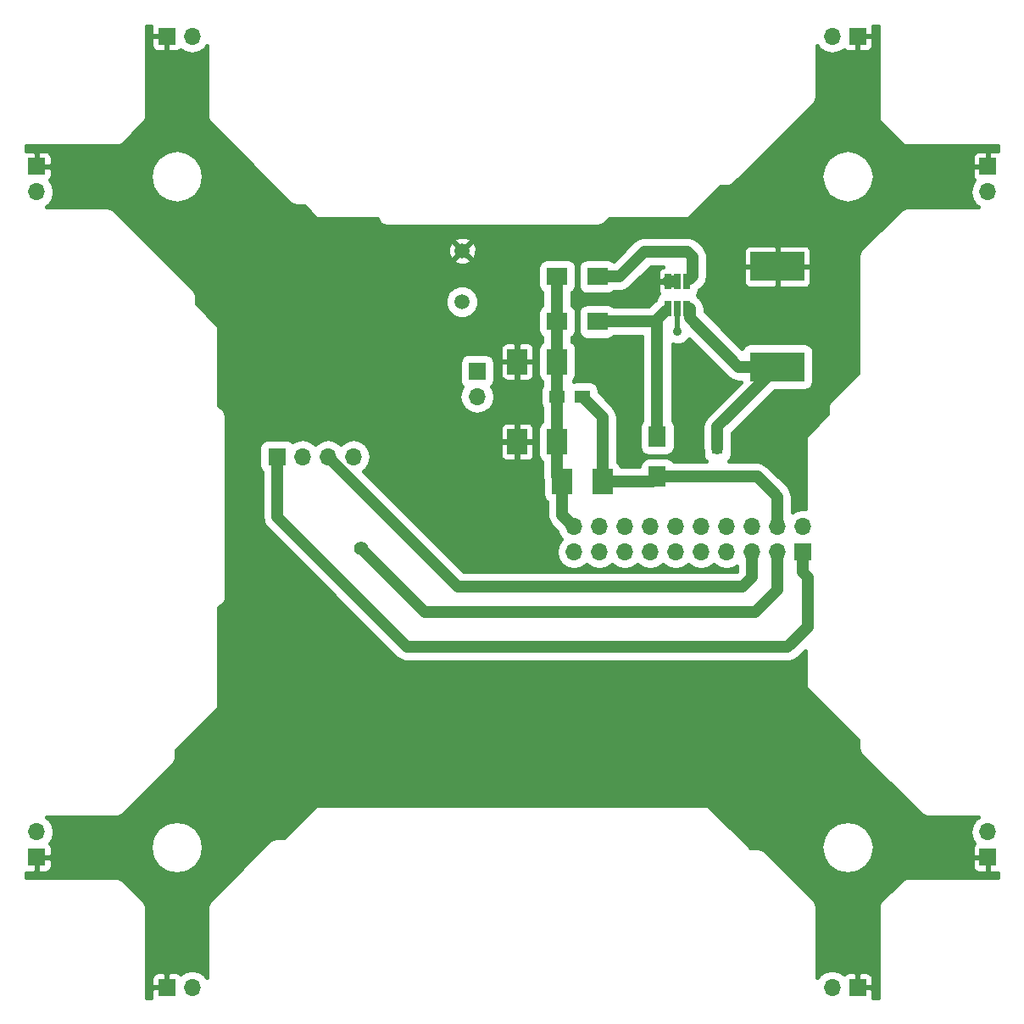
<source format=gbr>
G04 #@! TF.FileFunction,Copper,L2,Bot,Signal*
%FSLAX45Y45*%
G04 Gerber Fmt 4.5, Leading zero omitted, Abs format (unit mm)*
G04 Created by KiCad (PCBNEW 4.0.1-stable) date 2017/05/05 18:15:20*
%MOMM*%
G01*
G04 APERTURE LIST*
%ADD10C,0.100000*%
%ADD11R,2.000000X2.500000*%
%ADD12R,1.500000X1.250000*%
%ADD13R,1.100000X1.100000*%
%ADD14C,1.501140*%
%ADD15R,5.400040X2.900680*%
%ADD16R,1.700000X1.700000*%
%ADD17O,1.700000X1.700000*%
%ADD18R,2.000000X1.700000*%
%ADD19R,1.700000X2.000000*%
%ADD20R,0.650000X1.560000*%
%ADD21C,1.400000*%
%ADD22C,0.889000*%
%ADD23C,1.200000*%
%ADD24C,0.550000*%
%ADD25C,0.400000*%
G04 APERTURE END LIST*
D10*
D11*
X6200000Y-5450000D03*
X6600000Y-5450000D03*
X6200000Y-4650000D03*
X6600000Y-4650000D03*
D12*
X6850000Y-5000000D03*
X6600000Y-5000000D03*
D11*
X7050000Y-5850000D03*
X6650000Y-5850000D03*
D13*
X8200000Y-5800000D03*
X8200000Y-5520000D03*
D14*
X5650000Y-4050000D03*
X5651016Y-3542000D03*
D15*
X8800000Y-4700000D03*
X8800000Y-3699748D03*
D16*
X1400000Y-9600000D03*
D17*
X1400000Y-9346000D03*
D16*
X2700000Y-10900000D03*
D17*
X2954000Y-10900000D03*
D16*
X10900000Y-9600000D03*
D17*
X10900000Y-9346000D03*
D16*
X9600000Y-10900000D03*
D17*
X9346000Y-10900000D03*
D16*
X1400000Y-2700000D03*
D17*
X1400000Y-2954000D03*
D16*
X2700000Y-1400000D03*
D17*
X2954000Y-1400000D03*
D16*
X10900000Y-2700000D03*
D17*
X10900000Y-2954000D03*
D16*
X9600000Y-1400000D03*
D17*
X9346000Y-1400000D03*
D16*
X5800000Y-4746000D03*
D17*
X5800000Y-5000000D03*
D18*
X7000000Y-3800000D03*
X6600000Y-3800000D03*
D19*
X7600000Y-5800000D03*
X7600000Y-5400000D03*
D18*
X7000000Y-4250000D03*
X6600000Y-4250000D03*
D20*
X7895000Y-4120000D03*
X7800000Y-4120000D03*
X7705000Y-4120000D03*
X7705000Y-3850000D03*
X7895000Y-3850000D03*
X7800000Y-3850000D03*
D16*
X3800000Y-5600000D03*
D17*
X4054000Y-5600000D03*
X4308000Y-5600000D03*
X4562000Y-5600000D03*
D16*
X9050000Y-6550000D03*
D17*
X9050000Y-6296000D03*
X8796000Y-6550000D03*
X8796000Y-6296000D03*
X8542000Y-6550000D03*
X8542000Y-6296000D03*
X8288000Y-6550000D03*
X8288000Y-6296000D03*
X8034000Y-6550000D03*
X8034000Y-6296000D03*
X7780000Y-6550000D03*
X7780000Y-6296000D03*
X7526000Y-6550000D03*
X7526000Y-6296000D03*
X7272000Y-6550000D03*
X7272000Y-6296000D03*
X7018000Y-6550000D03*
X7018000Y-6296000D03*
X6764000Y-6550000D03*
X6764000Y-6296000D03*
D21*
X8400000Y-3900000D03*
X3000000Y-3700000D03*
X4600000Y-3300000D03*
X3705000Y-8600000D03*
X8600000Y-8600000D03*
D22*
X7800000Y-4350000D03*
D21*
X4643000Y-6514000D03*
D23*
X7705000Y-3850000D02*
X7772499Y-3850000D01*
D24*
X7800000Y-4120000D02*
X7800000Y-4350000D01*
D23*
X6650000Y-5850000D02*
X6650000Y-6182000D01*
X6650000Y-6182000D02*
X6764000Y-6296000D01*
X6600000Y-5450000D02*
X6600000Y-5800000D01*
X6600000Y-5800000D02*
X6650000Y-5850000D01*
X6600000Y-5000000D02*
X6600000Y-5450000D01*
X6600000Y-4650000D02*
X6600000Y-5000000D01*
X6600000Y-4250000D02*
X6600000Y-4650000D01*
X6600000Y-3800000D02*
X6600000Y-4250000D01*
X8796000Y-5996000D02*
X8600000Y-5800000D01*
X8600000Y-5800000D02*
X8200000Y-5800000D01*
X8796000Y-6296000D02*
X8796000Y-5996000D01*
X7600000Y-5800000D02*
X8200000Y-5800000D01*
X7050000Y-5850000D02*
X7550000Y-5850000D01*
X7550000Y-5850000D02*
X7600000Y-5800000D01*
X7050000Y-5850000D02*
X7050000Y-5200000D01*
X7050000Y-5200000D02*
X6850000Y-5000000D01*
X8200000Y-5520000D02*
X8200000Y-5300000D01*
X8200000Y-5300000D02*
X8800000Y-4700000D01*
X7922500Y-4212502D02*
X7922500Y-4120000D01*
X8800000Y-4700000D02*
X8409998Y-4700000D01*
X8409998Y-4700000D02*
X7922500Y-4212502D01*
X5100000Y-7500000D02*
X3800000Y-6200000D01*
X3800000Y-6200000D02*
X3800000Y-5600000D01*
X8900000Y-7500000D02*
X5100000Y-7500000D01*
X9100000Y-7300000D02*
X8900000Y-7500000D01*
X9100000Y-6805000D02*
X9100000Y-7300000D01*
X9050000Y-6550000D02*
X9050000Y-6755000D01*
X9050000Y-6755000D02*
X9100000Y-6805000D01*
X8542000Y-6550000D02*
X8542000Y-6806000D01*
X5603000Y-6895000D02*
X4308000Y-5600000D01*
X8542000Y-6806000D02*
X8453000Y-6895000D01*
X8453000Y-6895000D02*
X5603000Y-6895000D01*
X5278000Y-7149000D02*
X4643000Y-6514000D01*
X8580000Y-7149000D02*
X5278000Y-7149000D01*
X8796000Y-6933000D02*
X8580000Y-7149000D01*
X8796000Y-6550000D02*
X8796000Y-6933000D01*
X7950000Y-3600000D02*
X7950000Y-3795000D01*
X7950000Y-3795000D02*
X7922500Y-3822500D01*
X7900000Y-3550000D02*
X7950000Y-3600000D01*
X7470000Y-3550000D02*
X7900000Y-3550000D01*
X7000000Y-3800000D02*
X7220000Y-3800000D01*
X7220000Y-3800000D02*
X7470000Y-3550000D01*
X7575000Y-4250000D02*
X7600000Y-4275000D01*
X7600000Y-4275000D02*
X7600000Y-5400000D01*
X7000000Y-4250000D02*
X7575000Y-4250000D01*
X7575000Y-4250000D02*
X7677500Y-4147500D01*
D25*
G36*
X2544200Y-1300917D02*
X2544200Y-1376900D01*
X2561900Y-1394600D01*
X2694600Y-1394600D01*
X2694600Y-1392600D01*
X2705400Y-1392600D01*
X2705400Y-1394600D01*
X2707400Y-1394600D01*
X2707400Y-1405400D01*
X2705400Y-1405400D01*
X2705400Y-1538100D01*
X2723100Y-1555800D01*
X2799083Y-1555800D01*
X2825105Y-1545021D01*
X2836405Y-1533721D01*
X2882395Y-1564451D01*
X2950513Y-1578000D01*
X2957487Y-1578000D01*
X3025605Y-1564451D01*
X3083352Y-1525865D01*
X3102000Y-1497957D01*
X3102000Y-2200000D01*
X3102000Y-2200000D01*
X3109460Y-2237503D01*
X3130703Y-2269297D01*
X3930703Y-3069296D01*
X3930703Y-3069296D01*
X3951739Y-3083352D01*
X3962497Y-3090540D01*
X4000000Y-3098000D01*
X4069716Y-3098000D01*
X4185858Y-3214142D01*
X4192474Y-3218530D01*
X4200000Y-3220000D01*
X4805978Y-3220000D01*
X4809460Y-3237503D01*
X4830704Y-3269296D01*
X4862497Y-3290540D01*
X4900000Y-3298000D01*
X6999999Y-3298000D01*
X7000000Y-3298000D01*
X7037503Y-3290540D01*
X7069296Y-3269296D01*
X7118593Y-3220000D01*
X7900000Y-3220000D01*
X7907781Y-3218424D01*
X7914142Y-3214142D01*
X8230284Y-2898000D01*
X8299999Y-2898000D01*
X8300000Y-2898000D01*
X8337503Y-2890540D01*
X8369296Y-2869296D01*
X8438593Y-2800000D01*
X9232000Y-2800000D01*
X9252400Y-2902559D01*
X9310495Y-2989505D01*
X9397441Y-3047600D01*
X9500000Y-3068000D01*
X9602559Y-3047600D01*
X9689505Y-2989505D01*
X9747600Y-2902559D01*
X9768000Y-2800000D01*
X9747600Y-2697441D01*
X9689505Y-2610495D01*
X9675170Y-2600917D01*
X10744200Y-2600917D01*
X10744200Y-2676900D01*
X10761900Y-2694600D01*
X10894600Y-2694600D01*
X10894600Y-2561900D01*
X10876900Y-2544200D01*
X10800917Y-2544200D01*
X10774895Y-2554979D01*
X10754979Y-2574895D01*
X10744200Y-2600917D01*
X9675170Y-2600917D01*
X9602559Y-2552400D01*
X9500000Y-2532000D01*
X9397441Y-2552400D01*
X9310495Y-2610495D01*
X9252400Y-2697441D01*
X9232000Y-2800000D01*
X8438593Y-2800000D01*
X9169296Y-2069297D01*
X9169297Y-2069296D01*
X9190540Y-2037503D01*
X9198000Y-2000000D01*
X9198000Y-1497957D01*
X9216648Y-1525865D01*
X9274395Y-1564451D01*
X9342513Y-1578000D01*
X9349487Y-1578000D01*
X9417605Y-1564451D01*
X9463595Y-1533721D01*
X9474895Y-1545021D01*
X9500917Y-1555800D01*
X9576900Y-1555800D01*
X9594600Y-1538100D01*
X9594600Y-1405400D01*
X9605400Y-1405400D01*
X9605400Y-1538100D01*
X9623100Y-1555800D01*
X9699083Y-1555800D01*
X9725105Y-1545021D01*
X9745021Y-1525105D01*
X9755800Y-1499083D01*
X9755800Y-1423100D01*
X9738100Y-1405400D01*
X9605400Y-1405400D01*
X9594600Y-1405400D01*
X9592600Y-1405400D01*
X9592600Y-1394600D01*
X9594600Y-1394600D01*
X9594600Y-1392600D01*
X9605400Y-1392600D01*
X9605400Y-1394600D01*
X9738100Y-1394600D01*
X9755800Y-1376900D01*
X9755800Y-1300917D01*
X9754592Y-1298000D01*
X9802000Y-1298000D01*
X9802000Y-2200000D01*
X9802000Y-2200000D01*
X9809460Y-2237503D01*
X9830704Y-2269297D01*
X10030704Y-2469297D01*
X10062497Y-2490540D01*
X10100000Y-2498000D01*
X11002000Y-2498000D01*
X11002000Y-2545408D01*
X10999083Y-2544200D01*
X10923100Y-2544200D01*
X10905400Y-2561900D01*
X10905400Y-2694600D01*
X10907400Y-2694600D01*
X10907400Y-2705400D01*
X10905400Y-2705400D01*
X10905400Y-2707400D01*
X10894600Y-2707400D01*
X10894600Y-2705400D01*
X10761900Y-2705400D01*
X10744200Y-2723100D01*
X10744200Y-2799083D01*
X10754979Y-2825105D01*
X10766279Y-2836405D01*
X10735549Y-2882395D01*
X10722000Y-2950513D01*
X10722000Y-2957487D01*
X10735549Y-3025605D01*
X10774135Y-3083352D01*
X10802043Y-3102000D01*
X10100000Y-3102000D01*
X10062497Y-3109460D01*
X10030704Y-3130703D01*
X10030703Y-3130704D01*
X9630704Y-3530703D01*
X9609460Y-3562497D01*
X9602000Y-3600000D01*
X9602000Y-3600000D01*
X9602000Y-4759407D01*
X9330704Y-5030704D01*
X9309460Y-5062497D01*
X9302000Y-5100000D01*
X9302000Y-5100001D01*
X9302000Y-5169716D01*
X9085858Y-5385858D01*
X9081470Y-5392474D01*
X9080000Y-5400000D01*
X9080000Y-6120480D01*
X9050000Y-6114513D01*
X8981882Y-6128062D01*
X8949000Y-6150033D01*
X8949000Y-5996000D01*
X8937354Y-5937449D01*
X8918044Y-5908551D01*
X8904187Y-5887813D01*
X8708187Y-5691813D01*
X8658551Y-5658646D01*
X8653535Y-5657649D01*
X8600000Y-5647000D01*
X8314852Y-5647000D01*
X8321116Y-5642969D01*
X8342351Y-5611891D01*
X8349822Y-5575000D01*
X8349822Y-5535977D01*
X8353000Y-5520000D01*
X8353000Y-5363375D01*
X8776519Y-4939856D01*
X9070002Y-4939856D01*
X9104466Y-4933371D01*
X9136119Y-4913003D01*
X9157353Y-4881925D01*
X9164824Y-4845034D01*
X9164824Y-4554966D01*
X9158339Y-4520502D01*
X9137971Y-4488850D01*
X9106893Y-4467615D01*
X9070002Y-4460144D01*
X8529998Y-4460144D01*
X8495534Y-4466629D01*
X8463882Y-4486997D01*
X8443378Y-4517005D01*
X8075500Y-4149127D01*
X8075500Y-4120000D01*
X8063854Y-4061449D01*
X8030687Y-4011813D01*
X8009463Y-3997631D01*
X8001227Y-3984831D01*
X8014851Y-3964891D01*
X8020383Y-3937572D01*
X8030687Y-3930687D01*
X8058187Y-3903187D01*
X8091354Y-3853551D01*
X8097530Y-3822500D01*
X8103000Y-3795000D01*
X8103000Y-3722848D01*
X8459198Y-3722848D01*
X8459198Y-3858865D01*
X8469977Y-3884887D01*
X8489893Y-3904803D01*
X8515915Y-3915582D01*
X8776900Y-3915582D01*
X8794600Y-3897882D01*
X8794600Y-3705148D01*
X8805400Y-3705148D01*
X8805400Y-3897882D01*
X8823100Y-3915582D01*
X9084085Y-3915582D01*
X9110107Y-3904803D01*
X9130023Y-3884887D01*
X9140802Y-3858865D01*
X9140802Y-3722848D01*
X9123102Y-3705148D01*
X8805400Y-3705148D01*
X8794600Y-3705148D01*
X8476898Y-3705148D01*
X8459198Y-3722848D01*
X8103000Y-3722848D01*
X8103000Y-3600000D01*
X8091354Y-3541449D01*
X8090807Y-3540631D01*
X8459198Y-3540631D01*
X8459198Y-3676648D01*
X8476898Y-3694348D01*
X8794600Y-3694348D01*
X8794600Y-3501614D01*
X8805400Y-3501614D01*
X8805400Y-3694348D01*
X9123102Y-3694348D01*
X9140802Y-3676648D01*
X9140802Y-3540631D01*
X9130023Y-3514609D01*
X9110107Y-3494693D01*
X9084085Y-3483914D01*
X8823100Y-3483914D01*
X8805400Y-3501614D01*
X8794600Y-3501614D01*
X8776900Y-3483914D01*
X8515915Y-3483914D01*
X8489893Y-3494693D01*
X8469977Y-3514609D01*
X8459198Y-3540631D01*
X8090807Y-3540631D01*
X8072623Y-3513418D01*
X8058187Y-3491813D01*
X8008187Y-3441813D01*
X7958551Y-3408646D01*
X7900000Y-3397000D01*
X7470000Y-3397000D01*
X7411449Y-3408646D01*
X7361813Y-3441813D01*
X7160111Y-3643514D01*
X7136891Y-3627649D01*
X7100000Y-3620178D01*
X6900000Y-3620178D01*
X6865536Y-3626663D01*
X6833883Y-3647031D01*
X6812649Y-3678109D01*
X6805178Y-3715000D01*
X6805178Y-3885000D01*
X6811663Y-3919464D01*
X6832031Y-3951116D01*
X6863109Y-3972351D01*
X6900000Y-3979822D01*
X7100000Y-3979822D01*
X7134464Y-3973337D01*
X7166068Y-3953000D01*
X7220000Y-3953000D01*
X7278551Y-3941354D01*
X7328187Y-3908187D01*
X7533375Y-3703000D01*
X7654071Y-3703000D01*
X7632395Y-3711979D01*
X7612479Y-3731895D01*
X7601700Y-3757917D01*
X7601700Y-3826900D01*
X7619400Y-3844600D01*
X7699600Y-3844600D01*
X7699600Y-3842600D01*
X7710400Y-3842600D01*
X7710400Y-3844600D01*
X7712400Y-3844600D01*
X7712400Y-3855400D01*
X7710400Y-3855400D01*
X7710400Y-3857400D01*
X7699600Y-3857400D01*
X7699600Y-3855400D01*
X7619400Y-3855400D01*
X7601700Y-3873100D01*
X7601700Y-3942083D01*
X7612479Y-3968105D01*
X7613698Y-3969324D01*
X7606383Y-3974031D01*
X7585149Y-4005109D01*
X7579616Y-4032428D01*
X7569312Y-4039313D01*
X7511625Y-4097000D01*
X7165212Y-4097000D01*
X7136891Y-4077649D01*
X7100000Y-4070178D01*
X6900000Y-4070178D01*
X6865536Y-4076663D01*
X6833883Y-4097031D01*
X6812649Y-4128109D01*
X6805178Y-4165000D01*
X6805178Y-4335000D01*
X6811663Y-4369464D01*
X6832031Y-4401117D01*
X6863109Y-4422351D01*
X6900000Y-4429822D01*
X7100000Y-4429822D01*
X7134464Y-4423337D01*
X7166068Y-4403000D01*
X7447000Y-4403000D01*
X7447000Y-5234788D01*
X7427649Y-5263109D01*
X7420178Y-5300000D01*
X7420178Y-5500000D01*
X7426663Y-5534464D01*
X7447031Y-5566117D01*
X7478109Y-5587351D01*
X7515000Y-5594822D01*
X7685000Y-5594822D01*
X7719464Y-5588337D01*
X7751116Y-5567969D01*
X7772351Y-5536891D01*
X7779822Y-5500000D01*
X7779822Y-5300000D01*
X7773337Y-5265536D01*
X7753000Y-5233932D01*
X7753000Y-4479313D01*
X7772540Y-4487426D01*
X7827220Y-4487474D01*
X7877757Y-4466592D01*
X7916456Y-4427961D01*
X7917961Y-4424338D01*
X8301811Y-4808187D01*
X8335952Y-4831000D01*
X8351447Y-4841354D01*
X8409998Y-4853000D01*
X8430625Y-4853000D01*
X8091813Y-5191813D01*
X8058646Y-5241449D01*
X8047000Y-5300000D01*
X8047000Y-5520000D01*
X8050178Y-5535977D01*
X8050178Y-5575000D01*
X8056663Y-5609464D01*
X8077031Y-5641116D01*
X8085642Y-5647000D01*
X7761409Y-5647000D01*
X7752969Y-5633883D01*
X7721891Y-5612649D01*
X7685000Y-5605178D01*
X7515000Y-5605178D01*
X7480536Y-5611663D01*
X7448883Y-5632031D01*
X7427649Y-5663109D01*
X7420786Y-5697000D01*
X7239553Y-5697000D01*
X7238337Y-5690536D01*
X7217969Y-5658883D01*
X7203000Y-5648655D01*
X7203000Y-5200000D01*
X7191354Y-5141449D01*
X7158187Y-5091813D01*
X7019822Y-4953447D01*
X7019822Y-4937500D01*
X7013337Y-4903036D01*
X6992969Y-4871384D01*
X6961891Y-4850149D01*
X6925000Y-4842678D01*
X6775000Y-4842678D01*
X6763084Y-4844920D01*
X6766116Y-4842969D01*
X6787351Y-4811891D01*
X6794822Y-4775000D01*
X6794822Y-4525000D01*
X6788337Y-4490536D01*
X6767969Y-4458884D01*
X6753000Y-4448656D01*
X6753000Y-4411409D01*
X6766116Y-4402969D01*
X6787351Y-4371891D01*
X6794822Y-4335000D01*
X6794822Y-4165000D01*
X6788337Y-4130536D01*
X6767969Y-4098883D01*
X6753000Y-4088655D01*
X6753000Y-3961409D01*
X6766116Y-3952969D01*
X6787351Y-3921891D01*
X6794822Y-3885000D01*
X6794822Y-3715000D01*
X6788337Y-3680536D01*
X6767969Y-3648883D01*
X6736891Y-3627649D01*
X6700000Y-3620178D01*
X6500000Y-3620178D01*
X6465536Y-3626663D01*
X6433883Y-3647031D01*
X6412649Y-3678109D01*
X6405178Y-3715000D01*
X6405178Y-3885000D01*
X6411663Y-3919464D01*
X6432031Y-3951116D01*
X6447000Y-3961344D01*
X6447000Y-4088591D01*
X6433883Y-4097031D01*
X6412649Y-4128109D01*
X6405178Y-4165000D01*
X6405178Y-4335000D01*
X6411663Y-4369464D01*
X6432031Y-4401117D01*
X6447000Y-4411345D01*
X6447000Y-4448591D01*
X6433883Y-4457031D01*
X6412649Y-4488109D01*
X6405178Y-4525000D01*
X6405178Y-4775000D01*
X6411663Y-4809464D01*
X6432031Y-4841117D01*
X6447000Y-4851345D01*
X6447000Y-4886923D01*
X6437649Y-4900609D01*
X6430178Y-4937500D01*
X6430178Y-5062500D01*
X6436663Y-5096964D01*
X6447000Y-5113028D01*
X6447000Y-5248591D01*
X6433883Y-5257031D01*
X6412649Y-5288109D01*
X6405178Y-5325000D01*
X6405178Y-5575000D01*
X6411663Y-5609464D01*
X6432031Y-5641116D01*
X6447000Y-5651344D01*
X6447000Y-5800000D01*
X6455178Y-5841114D01*
X6455178Y-5975000D01*
X6461663Y-6009464D01*
X6482031Y-6041116D01*
X6497000Y-6051344D01*
X6497000Y-6182000D01*
X6505433Y-6224395D01*
X6508646Y-6240551D01*
X6541813Y-6290187D01*
X6594663Y-6343037D01*
X6599549Y-6367605D01*
X6636563Y-6423000D01*
X6599549Y-6478395D01*
X6586000Y-6546513D01*
X6586000Y-6553487D01*
X6599549Y-6621605D01*
X6638135Y-6679352D01*
X6695882Y-6717938D01*
X6764000Y-6731487D01*
X6832118Y-6717938D01*
X6889865Y-6679352D01*
X6891000Y-6677654D01*
X6892135Y-6679352D01*
X6949882Y-6717938D01*
X7018000Y-6731487D01*
X7086118Y-6717938D01*
X7143865Y-6679352D01*
X7145000Y-6677654D01*
X7146135Y-6679352D01*
X7203882Y-6717938D01*
X7272000Y-6731487D01*
X7340118Y-6717938D01*
X7397865Y-6679352D01*
X7399000Y-6677654D01*
X7400135Y-6679352D01*
X7457882Y-6717938D01*
X7526000Y-6731487D01*
X7594118Y-6717938D01*
X7651865Y-6679352D01*
X7653000Y-6677654D01*
X7654135Y-6679352D01*
X7711882Y-6717938D01*
X7780000Y-6731487D01*
X7848118Y-6717938D01*
X7905865Y-6679352D01*
X7907000Y-6677654D01*
X7908135Y-6679352D01*
X7965882Y-6717938D01*
X8034000Y-6731487D01*
X8102118Y-6717938D01*
X8159865Y-6679352D01*
X8161000Y-6677654D01*
X8162135Y-6679352D01*
X8219882Y-6717938D01*
X8288000Y-6731487D01*
X8356118Y-6717938D01*
X8389000Y-6695966D01*
X8389000Y-6742000D01*
X5666375Y-6742000D01*
X4667401Y-5743026D01*
X4687865Y-5729352D01*
X4726451Y-5671605D01*
X4740000Y-5603487D01*
X4740000Y-5596513D01*
X4726451Y-5528395D01*
X4689504Y-5473100D01*
X6029200Y-5473100D01*
X6029200Y-5589083D01*
X6039979Y-5615105D01*
X6059895Y-5635021D01*
X6085917Y-5645800D01*
X6176900Y-5645800D01*
X6194600Y-5628100D01*
X6194600Y-5455400D01*
X6205400Y-5455400D01*
X6205400Y-5628100D01*
X6223100Y-5645800D01*
X6314083Y-5645800D01*
X6340105Y-5635021D01*
X6360021Y-5615105D01*
X6370800Y-5589083D01*
X6370800Y-5473100D01*
X6353100Y-5455400D01*
X6205400Y-5455400D01*
X6194600Y-5455400D01*
X6046900Y-5455400D01*
X6029200Y-5473100D01*
X4689504Y-5473100D01*
X4687865Y-5470648D01*
X4630118Y-5432062D01*
X4562000Y-5418513D01*
X4493882Y-5432062D01*
X4436135Y-5470648D01*
X4435000Y-5472346D01*
X4433865Y-5470648D01*
X4376118Y-5432062D01*
X4308000Y-5418513D01*
X4239882Y-5432062D01*
X4182135Y-5470648D01*
X4181000Y-5472346D01*
X4179865Y-5470648D01*
X4122118Y-5432062D01*
X4054000Y-5418513D01*
X3985882Y-5432062D01*
X3955296Y-5452499D01*
X3952969Y-5448884D01*
X3921891Y-5427649D01*
X3885000Y-5420178D01*
X3715000Y-5420178D01*
X3680536Y-5426663D01*
X3648883Y-5447031D01*
X3627649Y-5478109D01*
X3620178Y-5515000D01*
X3620178Y-5685000D01*
X3626663Y-5719464D01*
X3647000Y-5751068D01*
X3647000Y-6200000D01*
X3655066Y-6240551D01*
X3658646Y-6258551D01*
X3691813Y-6308187D01*
X4991813Y-7608187D01*
X5035687Y-7637503D01*
X5041449Y-7641354D01*
X5100000Y-7653000D01*
X8900000Y-7653000D01*
X8958551Y-7641354D01*
X9008187Y-7608187D01*
X9080000Y-7536375D01*
X9080000Y-7900000D01*
X9081576Y-7907781D01*
X9085858Y-7914142D01*
X9602000Y-8430284D01*
X9602000Y-8500000D01*
X9602000Y-8500000D01*
X9609460Y-8537503D01*
X9630704Y-8569297D01*
X10230703Y-9169296D01*
X10230704Y-9169297D01*
X10262497Y-9190540D01*
X10300000Y-9198000D01*
X10802043Y-9198000D01*
X10774135Y-9216648D01*
X10735549Y-9274395D01*
X10722000Y-9342513D01*
X10722000Y-9349487D01*
X10735549Y-9417605D01*
X10766279Y-9463595D01*
X10754979Y-9474895D01*
X10744200Y-9500917D01*
X10744200Y-9576900D01*
X10761900Y-9594600D01*
X10894600Y-9594600D01*
X10894600Y-9592600D01*
X10905400Y-9592600D01*
X10905400Y-9594600D01*
X10907400Y-9594600D01*
X10907400Y-9605400D01*
X10905400Y-9605400D01*
X10905400Y-9738100D01*
X10923100Y-9755800D01*
X10999083Y-9755800D01*
X11002000Y-9754592D01*
X11002000Y-9802000D01*
X10100000Y-9802000D01*
X10062497Y-9809460D01*
X10030704Y-9830704D01*
X9830704Y-10030704D01*
X9809460Y-10062497D01*
X9802000Y-10100000D01*
X9802000Y-10100001D01*
X9802000Y-11002000D01*
X9754592Y-11002000D01*
X9755800Y-10999083D01*
X9755800Y-10923100D01*
X9738100Y-10905400D01*
X9605400Y-10905400D01*
X9605400Y-10907400D01*
X9594600Y-10907400D01*
X9594600Y-10905400D01*
X9592600Y-10905400D01*
X9592600Y-10894600D01*
X9594600Y-10894600D01*
X9594600Y-10761900D01*
X9605400Y-10761900D01*
X9605400Y-10894600D01*
X9738100Y-10894600D01*
X9755800Y-10876900D01*
X9755800Y-10800917D01*
X9745021Y-10774895D01*
X9725105Y-10754979D01*
X9699083Y-10744200D01*
X9623100Y-10744200D01*
X9605400Y-10761900D01*
X9594600Y-10761900D01*
X9576900Y-10744200D01*
X9500917Y-10744200D01*
X9474895Y-10754979D01*
X9463595Y-10766279D01*
X9417605Y-10735549D01*
X9349487Y-10722000D01*
X9342513Y-10722000D01*
X9274395Y-10735549D01*
X9216648Y-10774135D01*
X9198000Y-10802043D01*
X9198000Y-10100001D01*
X9198000Y-10100000D01*
X9190540Y-10062497D01*
X9169297Y-10030704D01*
X8669297Y-9530704D01*
X8637503Y-9509460D01*
X8600000Y-9502000D01*
X8600000Y-9502000D01*
X8530284Y-9502000D01*
X8528284Y-9500000D01*
X9232000Y-9500000D01*
X9252400Y-9602559D01*
X9310495Y-9689505D01*
X9397441Y-9747600D01*
X9500000Y-9768000D01*
X9602559Y-9747600D01*
X9689505Y-9689505D01*
X9733875Y-9623100D01*
X10744200Y-9623100D01*
X10744200Y-9699083D01*
X10754979Y-9725105D01*
X10774895Y-9745021D01*
X10800917Y-9755800D01*
X10876900Y-9755800D01*
X10894600Y-9738100D01*
X10894600Y-9605400D01*
X10761900Y-9605400D01*
X10744200Y-9623100D01*
X9733875Y-9623100D01*
X9747600Y-9602559D01*
X9768000Y-9500000D01*
X9747600Y-9397441D01*
X9689505Y-9310495D01*
X9602559Y-9252400D01*
X9500000Y-9232000D01*
X9397441Y-9252400D01*
X9310495Y-9310495D01*
X9252400Y-9397441D01*
X9232000Y-9500000D01*
X8528284Y-9500000D01*
X8114142Y-9085858D01*
X8107526Y-9081470D01*
X8100000Y-9080000D01*
X4200000Y-9080000D01*
X4192219Y-9081576D01*
X4185858Y-9085858D01*
X3869716Y-9402000D01*
X3800000Y-9402000D01*
X3762497Y-9409460D01*
X3730703Y-9430704D01*
X3730703Y-9430704D01*
X3130703Y-10030704D01*
X3109460Y-10062497D01*
X3102000Y-10100000D01*
X3102000Y-10100001D01*
X3102000Y-10802043D01*
X3083352Y-10774135D01*
X3025605Y-10735549D01*
X2957487Y-10722000D01*
X2950513Y-10722000D01*
X2882395Y-10735549D01*
X2836405Y-10766279D01*
X2825105Y-10754979D01*
X2799083Y-10744200D01*
X2723100Y-10744200D01*
X2705400Y-10761900D01*
X2705400Y-10894600D01*
X2707400Y-10894600D01*
X2707400Y-10905400D01*
X2705400Y-10905400D01*
X2705400Y-10907400D01*
X2694600Y-10907400D01*
X2694600Y-10905400D01*
X2561900Y-10905400D01*
X2544200Y-10923100D01*
X2544200Y-10999083D01*
X2545408Y-11002000D01*
X2498000Y-11002000D01*
X2498000Y-10800917D01*
X2544200Y-10800917D01*
X2544200Y-10876900D01*
X2561900Y-10894600D01*
X2694600Y-10894600D01*
X2694600Y-10761900D01*
X2676900Y-10744200D01*
X2600917Y-10744200D01*
X2574895Y-10754979D01*
X2554979Y-10774895D01*
X2544200Y-10800917D01*
X2498000Y-10800917D01*
X2498000Y-10100000D01*
X2490540Y-10062497D01*
X2469297Y-10030704D01*
X2269297Y-9830704D01*
X2237503Y-9809460D01*
X2200000Y-9802000D01*
X2200000Y-9802000D01*
X1298000Y-9802000D01*
X1298000Y-9754592D01*
X1300917Y-9755800D01*
X1376900Y-9755800D01*
X1394600Y-9738100D01*
X1394600Y-9605400D01*
X1405400Y-9605400D01*
X1405400Y-9738100D01*
X1423100Y-9755800D01*
X1499083Y-9755800D01*
X1525105Y-9745021D01*
X1545021Y-9725105D01*
X1555800Y-9699083D01*
X1555800Y-9623100D01*
X1538100Y-9605400D01*
X1405400Y-9605400D01*
X1394600Y-9605400D01*
X1392600Y-9605400D01*
X1392600Y-9594600D01*
X1394600Y-9594600D01*
X1394600Y-9592600D01*
X1405400Y-9592600D01*
X1405400Y-9594600D01*
X1538100Y-9594600D01*
X1555800Y-9576900D01*
X1555800Y-9500917D01*
X1555420Y-9500000D01*
X2532000Y-9500000D01*
X2552400Y-9602559D01*
X2610495Y-9689505D01*
X2697441Y-9747600D01*
X2800000Y-9768000D01*
X2902559Y-9747600D01*
X2989505Y-9689505D01*
X3047600Y-9602559D01*
X3068000Y-9500000D01*
X3047600Y-9397441D01*
X2989505Y-9310495D01*
X2902559Y-9252400D01*
X2800000Y-9232000D01*
X2697441Y-9252400D01*
X2610495Y-9310495D01*
X2552400Y-9397441D01*
X2532000Y-9500000D01*
X1555420Y-9500000D01*
X1545021Y-9474895D01*
X1533721Y-9463595D01*
X1564451Y-9417605D01*
X1578000Y-9349487D01*
X1578000Y-9342513D01*
X1564451Y-9274395D01*
X1525865Y-9216648D01*
X1497957Y-9198000D01*
X2200000Y-9198000D01*
X2200000Y-9198000D01*
X2237503Y-9190540D01*
X2269297Y-9169297D01*
X2769297Y-8669297D01*
X2790540Y-8637503D01*
X2798000Y-8600000D01*
X2798000Y-8600000D01*
X2798000Y-8530284D01*
X3214142Y-8114142D01*
X3218530Y-8107526D01*
X3220000Y-8100000D01*
X3220000Y-7109501D01*
X3261220Y-7076525D01*
X3264745Y-7072338D01*
X3269296Y-7069296D01*
X3276961Y-7057826D01*
X3285845Y-7047272D01*
X3287499Y-7042054D01*
X3290540Y-7037503D01*
X3293232Y-7023972D01*
X3297401Y-7010822D01*
X3296932Y-7005369D01*
X3298000Y-7000000D01*
X3298000Y-5310917D01*
X6029200Y-5310917D01*
X6029200Y-5426900D01*
X6046900Y-5444600D01*
X6194600Y-5444600D01*
X6194600Y-5271900D01*
X6205400Y-5271900D01*
X6205400Y-5444600D01*
X6353100Y-5444600D01*
X6370800Y-5426900D01*
X6370800Y-5310917D01*
X6360021Y-5284895D01*
X6340105Y-5264979D01*
X6314083Y-5254200D01*
X6223100Y-5254200D01*
X6205400Y-5271900D01*
X6194600Y-5271900D01*
X6176900Y-5254200D01*
X6085917Y-5254200D01*
X6059895Y-5264979D01*
X6039979Y-5284895D01*
X6029200Y-5310917D01*
X3298000Y-5310917D01*
X3298000Y-5200001D01*
X3298000Y-5200000D01*
X3290540Y-5162497D01*
X3290540Y-5162497D01*
X3269296Y-5130704D01*
X3269296Y-5130703D01*
X3220000Y-5081407D01*
X3220000Y-5000000D01*
X5618513Y-5000000D01*
X5632062Y-5068118D01*
X5670648Y-5125865D01*
X5728395Y-5164451D01*
X5796513Y-5178000D01*
X5803487Y-5178000D01*
X5871605Y-5164451D01*
X5929352Y-5125865D01*
X5967938Y-5068118D01*
X5981487Y-5000000D01*
X5967938Y-4931882D01*
X5947501Y-4901296D01*
X5951116Y-4898969D01*
X5972351Y-4867891D01*
X5979822Y-4831000D01*
X5979822Y-4673100D01*
X6029200Y-4673100D01*
X6029200Y-4789083D01*
X6039979Y-4815105D01*
X6059895Y-4835021D01*
X6085917Y-4845800D01*
X6176900Y-4845800D01*
X6194600Y-4828100D01*
X6194600Y-4655400D01*
X6205400Y-4655400D01*
X6205400Y-4828100D01*
X6223100Y-4845800D01*
X6314083Y-4845800D01*
X6340105Y-4835021D01*
X6360021Y-4815105D01*
X6370800Y-4789083D01*
X6370800Y-4673100D01*
X6353100Y-4655400D01*
X6205400Y-4655400D01*
X6194600Y-4655400D01*
X6046900Y-4655400D01*
X6029200Y-4673100D01*
X5979822Y-4673100D01*
X5979822Y-4661000D01*
X5973337Y-4626536D01*
X5952969Y-4594884D01*
X5921891Y-4573649D01*
X5885000Y-4566178D01*
X5715000Y-4566178D01*
X5680536Y-4572663D01*
X5648883Y-4593031D01*
X5627649Y-4624109D01*
X5620178Y-4661000D01*
X5620178Y-4831000D01*
X5626663Y-4865464D01*
X5647031Y-4897117D01*
X5652703Y-4900992D01*
X5632062Y-4931882D01*
X5618513Y-5000000D01*
X3220000Y-5000000D01*
X3220000Y-4510917D01*
X6029200Y-4510917D01*
X6029200Y-4626900D01*
X6046900Y-4644600D01*
X6194600Y-4644600D01*
X6194600Y-4471900D01*
X6205400Y-4471900D01*
X6205400Y-4644600D01*
X6353100Y-4644600D01*
X6370800Y-4626900D01*
X6370800Y-4510917D01*
X6360021Y-4484895D01*
X6340105Y-4464979D01*
X6314083Y-4454200D01*
X6223100Y-4454200D01*
X6205400Y-4471900D01*
X6194600Y-4471900D01*
X6176900Y-4454200D01*
X6085917Y-4454200D01*
X6059895Y-4464979D01*
X6039979Y-4484895D01*
X6029200Y-4510917D01*
X3220000Y-4510917D01*
X3220000Y-4300000D01*
X3218424Y-4292219D01*
X3214142Y-4285858D01*
X3011566Y-4083282D01*
X5481914Y-4083282D01*
X5507445Y-4145072D01*
X5554679Y-4192389D01*
X5616425Y-4218028D01*
X5683282Y-4218086D01*
X5745072Y-4192555D01*
X5792389Y-4145321D01*
X5818028Y-4083575D01*
X5818086Y-4016718D01*
X5792555Y-3954928D01*
X5745321Y-3907611D01*
X5683575Y-3881972D01*
X5616718Y-3881914D01*
X5554928Y-3907445D01*
X5507611Y-3954679D01*
X5481972Y-4016425D01*
X5481914Y-4083282D01*
X3011566Y-4083282D01*
X2998000Y-4069716D01*
X2998000Y-4000000D01*
X2990540Y-3962497D01*
X2969296Y-3930703D01*
X2969296Y-3930703D01*
X2676974Y-3638381D01*
X5562272Y-3638381D01*
X5568030Y-3665407D01*
X5621573Y-3687771D01*
X5679598Y-3687942D01*
X5733272Y-3665895D01*
X5734002Y-3665407D01*
X5739760Y-3638381D01*
X5651016Y-3549637D01*
X5562272Y-3638381D01*
X2676974Y-3638381D01*
X2609175Y-3570582D01*
X5505074Y-3570582D01*
X5527121Y-3624256D01*
X5527609Y-3624986D01*
X5554635Y-3630744D01*
X5643379Y-3542000D01*
X5658653Y-3542000D01*
X5747397Y-3630744D01*
X5774423Y-3624986D01*
X5796787Y-3571443D01*
X5796958Y-3513418D01*
X5774911Y-3459744D01*
X5774423Y-3459014D01*
X5747397Y-3453256D01*
X5658653Y-3542000D01*
X5643379Y-3542000D01*
X5554635Y-3453256D01*
X5527609Y-3459014D01*
X5505245Y-3512557D01*
X5505074Y-3570582D01*
X2609175Y-3570582D01*
X2484212Y-3445619D01*
X5562272Y-3445619D01*
X5651016Y-3534363D01*
X5739760Y-3445619D01*
X5734002Y-3418593D01*
X5680459Y-3396229D01*
X5622434Y-3396058D01*
X5568760Y-3418105D01*
X5568030Y-3418593D01*
X5562272Y-3445619D01*
X2484212Y-3445619D01*
X2169297Y-3130703D01*
X2137503Y-3109460D01*
X2100000Y-3102000D01*
X2100000Y-3102000D01*
X1497957Y-3102000D01*
X1525865Y-3083352D01*
X1564451Y-3025605D01*
X1578000Y-2957487D01*
X1578000Y-2950513D01*
X1564451Y-2882395D01*
X1533721Y-2836405D01*
X1545021Y-2825105D01*
X1555420Y-2800000D01*
X2532000Y-2800000D01*
X2552400Y-2902559D01*
X2610495Y-2989505D01*
X2697441Y-3047600D01*
X2800000Y-3068000D01*
X2902559Y-3047600D01*
X2989505Y-2989505D01*
X3047600Y-2902559D01*
X3068000Y-2800000D01*
X3047600Y-2697441D01*
X2989505Y-2610495D01*
X2902559Y-2552400D01*
X2800000Y-2532000D01*
X2697441Y-2552400D01*
X2610495Y-2610495D01*
X2552400Y-2697441D01*
X2532000Y-2800000D01*
X1555420Y-2800000D01*
X1555800Y-2799083D01*
X1555800Y-2723100D01*
X1538100Y-2705400D01*
X1405400Y-2705400D01*
X1405400Y-2707400D01*
X1394600Y-2707400D01*
X1394600Y-2705400D01*
X1392600Y-2705400D01*
X1392600Y-2694600D01*
X1394600Y-2694600D01*
X1394600Y-2561900D01*
X1405400Y-2561900D01*
X1405400Y-2694600D01*
X1538100Y-2694600D01*
X1555800Y-2676900D01*
X1555800Y-2600917D01*
X1545021Y-2574895D01*
X1525105Y-2554979D01*
X1499083Y-2544200D01*
X1423100Y-2544200D01*
X1405400Y-2561900D01*
X1394600Y-2561900D01*
X1376900Y-2544200D01*
X1300917Y-2544200D01*
X1298000Y-2545408D01*
X1298000Y-2498000D01*
X2200000Y-2498000D01*
X2200000Y-2498000D01*
X2237503Y-2490540D01*
X2269297Y-2469297D01*
X2469297Y-2269297D01*
X2490540Y-2237503D01*
X2498000Y-2200000D01*
X2498000Y-1423100D01*
X2544200Y-1423100D01*
X2544200Y-1499083D01*
X2554979Y-1525105D01*
X2574895Y-1545021D01*
X2600917Y-1555800D01*
X2676900Y-1555800D01*
X2694600Y-1538100D01*
X2694600Y-1405400D01*
X2561900Y-1405400D01*
X2544200Y-1423100D01*
X2498000Y-1423100D01*
X2498000Y-1298000D01*
X2545408Y-1298000D01*
X2544200Y-1300917D01*
X2544200Y-1300917D01*
G37*
X2544200Y-1300917D02*
X2544200Y-1376900D01*
X2561900Y-1394600D01*
X2694600Y-1394600D01*
X2694600Y-1392600D01*
X2705400Y-1392600D01*
X2705400Y-1394600D01*
X2707400Y-1394600D01*
X2707400Y-1405400D01*
X2705400Y-1405400D01*
X2705400Y-1538100D01*
X2723100Y-1555800D01*
X2799083Y-1555800D01*
X2825105Y-1545021D01*
X2836405Y-1533721D01*
X2882395Y-1564451D01*
X2950513Y-1578000D01*
X2957487Y-1578000D01*
X3025605Y-1564451D01*
X3083352Y-1525865D01*
X3102000Y-1497957D01*
X3102000Y-2200000D01*
X3102000Y-2200000D01*
X3109460Y-2237503D01*
X3130703Y-2269297D01*
X3930703Y-3069296D01*
X3930703Y-3069296D01*
X3951739Y-3083352D01*
X3962497Y-3090540D01*
X4000000Y-3098000D01*
X4069716Y-3098000D01*
X4185858Y-3214142D01*
X4192474Y-3218530D01*
X4200000Y-3220000D01*
X4805978Y-3220000D01*
X4809460Y-3237503D01*
X4830704Y-3269296D01*
X4862497Y-3290540D01*
X4900000Y-3298000D01*
X6999999Y-3298000D01*
X7000000Y-3298000D01*
X7037503Y-3290540D01*
X7069296Y-3269296D01*
X7118593Y-3220000D01*
X7900000Y-3220000D01*
X7907781Y-3218424D01*
X7914142Y-3214142D01*
X8230284Y-2898000D01*
X8299999Y-2898000D01*
X8300000Y-2898000D01*
X8337503Y-2890540D01*
X8369296Y-2869296D01*
X8438593Y-2800000D01*
X9232000Y-2800000D01*
X9252400Y-2902559D01*
X9310495Y-2989505D01*
X9397441Y-3047600D01*
X9500000Y-3068000D01*
X9602559Y-3047600D01*
X9689505Y-2989505D01*
X9747600Y-2902559D01*
X9768000Y-2800000D01*
X9747600Y-2697441D01*
X9689505Y-2610495D01*
X9675170Y-2600917D01*
X10744200Y-2600917D01*
X10744200Y-2676900D01*
X10761900Y-2694600D01*
X10894600Y-2694600D01*
X10894600Y-2561900D01*
X10876900Y-2544200D01*
X10800917Y-2544200D01*
X10774895Y-2554979D01*
X10754979Y-2574895D01*
X10744200Y-2600917D01*
X9675170Y-2600917D01*
X9602559Y-2552400D01*
X9500000Y-2532000D01*
X9397441Y-2552400D01*
X9310495Y-2610495D01*
X9252400Y-2697441D01*
X9232000Y-2800000D01*
X8438593Y-2800000D01*
X9169296Y-2069297D01*
X9169297Y-2069296D01*
X9190540Y-2037503D01*
X9198000Y-2000000D01*
X9198000Y-1497957D01*
X9216648Y-1525865D01*
X9274395Y-1564451D01*
X9342513Y-1578000D01*
X9349487Y-1578000D01*
X9417605Y-1564451D01*
X9463595Y-1533721D01*
X9474895Y-1545021D01*
X9500917Y-1555800D01*
X9576900Y-1555800D01*
X9594600Y-1538100D01*
X9594600Y-1405400D01*
X9605400Y-1405400D01*
X9605400Y-1538100D01*
X9623100Y-1555800D01*
X9699083Y-1555800D01*
X9725105Y-1545021D01*
X9745021Y-1525105D01*
X9755800Y-1499083D01*
X9755800Y-1423100D01*
X9738100Y-1405400D01*
X9605400Y-1405400D01*
X9594600Y-1405400D01*
X9592600Y-1405400D01*
X9592600Y-1394600D01*
X9594600Y-1394600D01*
X9594600Y-1392600D01*
X9605400Y-1392600D01*
X9605400Y-1394600D01*
X9738100Y-1394600D01*
X9755800Y-1376900D01*
X9755800Y-1300917D01*
X9754592Y-1298000D01*
X9802000Y-1298000D01*
X9802000Y-2200000D01*
X9802000Y-2200000D01*
X9809460Y-2237503D01*
X9830704Y-2269297D01*
X10030704Y-2469297D01*
X10062497Y-2490540D01*
X10100000Y-2498000D01*
X11002000Y-2498000D01*
X11002000Y-2545408D01*
X10999083Y-2544200D01*
X10923100Y-2544200D01*
X10905400Y-2561900D01*
X10905400Y-2694600D01*
X10907400Y-2694600D01*
X10907400Y-2705400D01*
X10905400Y-2705400D01*
X10905400Y-2707400D01*
X10894600Y-2707400D01*
X10894600Y-2705400D01*
X10761900Y-2705400D01*
X10744200Y-2723100D01*
X10744200Y-2799083D01*
X10754979Y-2825105D01*
X10766279Y-2836405D01*
X10735549Y-2882395D01*
X10722000Y-2950513D01*
X10722000Y-2957487D01*
X10735549Y-3025605D01*
X10774135Y-3083352D01*
X10802043Y-3102000D01*
X10100000Y-3102000D01*
X10062497Y-3109460D01*
X10030704Y-3130703D01*
X10030703Y-3130704D01*
X9630704Y-3530703D01*
X9609460Y-3562497D01*
X9602000Y-3600000D01*
X9602000Y-3600000D01*
X9602000Y-4759407D01*
X9330704Y-5030704D01*
X9309460Y-5062497D01*
X9302000Y-5100000D01*
X9302000Y-5100001D01*
X9302000Y-5169716D01*
X9085858Y-5385858D01*
X9081470Y-5392474D01*
X9080000Y-5400000D01*
X9080000Y-6120480D01*
X9050000Y-6114513D01*
X8981882Y-6128062D01*
X8949000Y-6150033D01*
X8949000Y-5996000D01*
X8937354Y-5937449D01*
X8918044Y-5908551D01*
X8904187Y-5887813D01*
X8708187Y-5691813D01*
X8658551Y-5658646D01*
X8653535Y-5657649D01*
X8600000Y-5647000D01*
X8314852Y-5647000D01*
X8321116Y-5642969D01*
X8342351Y-5611891D01*
X8349822Y-5575000D01*
X8349822Y-5535977D01*
X8353000Y-5520000D01*
X8353000Y-5363375D01*
X8776519Y-4939856D01*
X9070002Y-4939856D01*
X9104466Y-4933371D01*
X9136119Y-4913003D01*
X9157353Y-4881925D01*
X9164824Y-4845034D01*
X9164824Y-4554966D01*
X9158339Y-4520502D01*
X9137971Y-4488850D01*
X9106893Y-4467615D01*
X9070002Y-4460144D01*
X8529998Y-4460144D01*
X8495534Y-4466629D01*
X8463882Y-4486997D01*
X8443378Y-4517005D01*
X8075500Y-4149127D01*
X8075500Y-4120000D01*
X8063854Y-4061449D01*
X8030687Y-4011813D01*
X8009463Y-3997631D01*
X8001227Y-3984831D01*
X8014851Y-3964891D01*
X8020383Y-3937572D01*
X8030687Y-3930687D01*
X8058187Y-3903187D01*
X8091354Y-3853551D01*
X8097530Y-3822500D01*
X8103000Y-3795000D01*
X8103000Y-3722848D01*
X8459198Y-3722848D01*
X8459198Y-3858865D01*
X8469977Y-3884887D01*
X8489893Y-3904803D01*
X8515915Y-3915582D01*
X8776900Y-3915582D01*
X8794600Y-3897882D01*
X8794600Y-3705148D01*
X8805400Y-3705148D01*
X8805400Y-3897882D01*
X8823100Y-3915582D01*
X9084085Y-3915582D01*
X9110107Y-3904803D01*
X9130023Y-3884887D01*
X9140802Y-3858865D01*
X9140802Y-3722848D01*
X9123102Y-3705148D01*
X8805400Y-3705148D01*
X8794600Y-3705148D01*
X8476898Y-3705148D01*
X8459198Y-3722848D01*
X8103000Y-3722848D01*
X8103000Y-3600000D01*
X8091354Y-3541449D01*
X8090807Y-3540631D01*
X8459198Y-3540631D01*
X8459198Y-3676648D01*
X8476898Y-3694348D01*
X8794600Y-3694348D01*
X8794600Y-3501614D01*
X8805400Y-3501614D01*
X8805400Y-3694348D01*
X9123102Y-3694348D01*
X9140802Y-3676648D01*
X9140802Y-3540631D01*
X9130023Y-3514609D01*
X9110107Y-3494693D01*
X9084085Y-3483914D01*
X8823100Y-3483914D01*
X8805400Y-3501614D01*
X8794600Y-3501614D01*
X8776900Y-3483914D01*
X8515915Y-3483914D01*
X8489893Y-3494693D01*
X8469977Y-3514609D01*
X8459198Y-3540631D01*
X8090807Y-3540631D01*
X8072623Y-3513418D01*
X8058187Y-3491813D01*
X8008187Y-3441813D01*
X7958551Y-3408646D01*
X7900000Y-3397000D01*
X7470000Y-3397000D01*
X7411449Y-3408646D01*
X7361813Y-3441813D01*
X7160111Y-3643514D01*
X7136891Y-3627649D01*
X7100000Y-3620178D01*
X6900000Y-3620178D01*
X6865536Y-3626663D01*
X6833883Y-3647031D01*
X6812649Y-3678109D01*
X6805178Y-3715000D01*
X6805178Y-3885000D01*
X6811663Y-3919464D01*
X6832031Y-3951116D01*
X6863109Y-3972351D01*
X6900000Y-3979822D01*
X7100000Y-3979822D01*
X7134464Y-3973337D01*
X7166068Y-3953000D01*
X7220000Y-3953000D01*
X7278551Y-3941354D01*
X7328187Y-3908187D01*
X7533375Y-3703000D01*
X7654071Y-3703000D01*
X7632395Y-3711979D01*
X7612479Y-3731895D01*
X7601700Y-3757917D01*
X7601700Y-3826900D01*
X7619400Y-3844600D01*
X7699600Y-3844600D01*
X7699600Y-3842600D01*
X7710400Y-3842600D01*
X7710400Y-3844600D01*
X7712400Y-3844600D01*
X7712400Y-3855400D01*
X7710400Y-3855400D01*
X7710400Y-3857400D01*
X7699600Y-3857400D01*
X7699600Y-3855400D01*
X7619400Y-3855400D01*
X7601700Y-3873100D01*
X7601700Y-3942083D01*
X7612479Y-3968105D01*
X7613698Y-3969324D01*
X7606383Y-3974031D01*
X7585149Y-4005109D01*
X7579616Y-4032428D01*
X7569312Y-4039313D01*
X7511625Y-4097000D01*
X7165212Y-4097000D01*
X7136891Y-4077649D01*
X7100000Y-4070178D01*
X6900000Y-4070178D01*
X6865536Y-4076663D01*
X6833883Y-4097031D01*
X6812649Y-4128109D01*
X6805178Y-4165000D01*
X6805178Y-4335000D01*
X6811663Y-4369464D01*
X6832031Y-4401117D01*
X6863109Y-4422351D01*
X6900000Y-4429822D01*
X7100000Y-4429822D01*
X7134464Y-4423337D01*
X7166068Y-4403000D01*
X7447000Y-4403000D01*
X7447000Y-5234788D01*
X7427649Y-5263109D01*
X7420178Y-5300000D01*
X7420178Y-5500000D01*
X7426663Y-5534464D01*
X7447031Y-5566117D01*
X7478109Y-5587351D01*
X7515000Y-5594822D01*
X7685000Y-5594822D01*
X7719464Y-5588337D01*
X7751116Y-5567969D01*
X7772351Y-5536891D01*
X7779822Y-5500000D01*
X7779822Y-5300000D01*
X7773337Y-5265536D01*
X7753000Y-5233932D01*
X7753000Y-4479313D01*
X7772540Y-4487426D01*
X7827220Y-4487474D01*
X7877757Y-4466592D01*
X7916456Y-4427961D01*
X7917961Y-4424338D01*
X8301811Y-4808187D01*
X8335952Y-4831000D01*
X8351447Y-4841354D01*
X8409998Y-4853000D01*
X8430625Y-4853000D01*
X8091813Y-5191813D01*
X8058646Y-5241449D01*
X8047000Y-5300000D01*
X8047000Y-5520000D01*
X8050178Y-5535977D01*
X8050178Y-5575000D01*
X8056663Y-5609464D01*
X8077031Y-5641116D01*
X8085642Y-5647000D01*
X7761409Y-5647000D01*
X7752969Y-5633883D01*
X7721891Y-5612649D01*
X7685000Y-5605178D01*
X7515000Y-5605178D01*
X7480536Y-5611663D01*
X7448883Y-5632031D01*
X7427649Y-5663109D01*
X7420786Y-5697000D01*
X7239553Y-5697000D01*
X7238337Y-5690536D01*
X7217969Y-5658883D01*
X7203000Y-5648655D01*
X7203000Y-5200000D01*
X7191354Y-5141449D01*
X7158187Y-5091813D01*
X7019822Y-4953447D01*
X7019822Y-4937500D01*
X7013337Y-4903036D01*
X6992969Y-4871384D01*
X6961891Y-4850149D01*
X6925000Y-4842678D01*
X6775000Y-4842678D01*
X6763084Y-4844920D01*
X6766116Y-4842969D01*
X6787351Y-4811891D01*
X6794822Y-4775000D01*
X6794822Y-4525000D01*
X6788337Y-4490536D01*
X6767969Y-4458884D01*
X6753000Y-4448656D01*
X6753000Y-4411409D01*
X6766116Y-4402969D01*
X6787351Y-4371891D01*
X6794822Y-4335000D01*
X6794822Y-4165000D01*
X6788337Y-4130536D01*
X6767969Y-4098883D01*
X6753000Y-4088655D01*
X6753000Y-3961409D01*
X6766116Y-3952969D01*
X6787351Y-3921891D01*
X6794822Y-3885000D01*
X6794822Y-3715000D01*
X6788337Y-3680536D01*
X6767969Y-3648883D01*
X6736891Y-3627649D01*
X6700000Y-3620178D01*
X6500000Y-3620178D01*
X6465536Y-3626663D01*
X6433883Y-3647031D01*
X6412649Y-3678109D01*
X6405178Y-3715000D01*
X6405178Y-3885000D01*
X6411663Y-3919464D01*
X6432031Y-3951116D01*
X6447000Y-3961344D01*
X6447000Y-4088591D01*
X6433883Y-4097031D01*
X6412649Y-4128109D01*
X6405178Y-4165000D01*
X6405178Y-4335000D01*
X6411663Y-4369464D01*
X6432031Y-4401117D01*
X6447000Y-4411345D01*
X6447000Y-4448591D01*
X6433883Y-4457031D01*
X6412649Y-4488109D01*
X6405178Y-4525000D01*
X6405178Y-4775000D01*
X6411663Y-4809464D01*
X6432031Y-4841117D01*
X6447000Y-4851345D01*
X6447000Y-4886923D01*
X6437649Y-4900609D01*
X6430178Y-4937500D01*
X6430178Y-5062500D01*
X6436663Y-5096964D01*
X6447000Y-5113028D01*
X6447000Y-5248591D01*
X6433883Y-5257031D01*
X6412649Y-5288109D01*
X6405178Y-5325000D01*
X6405178Y-5575000D01*
X6411663Y-5609464D01*
X6432031Y-5641116D01*
X6447000Y-5651344D01*
X6447000Y-5800000D01*
X6455178Y-5841114D01*
X6455178Y-5975000D01*
X6461663Y-6009464D01*
X6482031Y-6041116D01*
X6497000Y-6051344D01*
X6497000Y-6182000D01*
X6505433Y-6224395D01*
X6508646Y-6240551D01*
X6541813Y-6290187D01*
X6594663Y-6343037D01*
X6599549Y-6367605D01*
X6636563Y-6423000D01*
X6599549Y-6478395D01*
X6586000Y-6546513D01*
X6586000Y-6553487D01*
X6599549Y-6621605D01*
X6638135Y-6679352D01*
X6695882Y-6717938D01*
X6764000Y-6731487D01*
X6832118Y-6717938D01*
X6889865Y-6679352D01*
X6891000Y-6677654D01*
X6892135Y-6679352D01*
X6949882Y-6717938D01*
X7018000Y-6731487D01*
X7086118Y-6717938D01*
X7143865Y-6679352D01*
X7145000Y-6677654D01*
X7146135Y-6679352D01*
X7203882Y-6717938D01*
X7272000Y-6731487D01*
X7340118Y-6717938D01*
X7397865Y-6679352D01*
X7399000Y-6677654D01*
X7400135Y-6679352D01*
X7457882Y-6717938D01*
X7526000Y-6731487D01*
X7594118Y-6717938D01*
X7651865Y-6679352D01*
X7653000Y-6677654D01*
X7654135Y-6679352D01*
X7711882Y-6717938D01*
X7780000Y-6731487D01*
X7848118Y-6717938D01*
X7905865Y-6679352D01*
X7907000Y-6677654D01*
X7908135Y-6679352D01*
X7965882Y-6717938D01*
X8034000Y-6731487D01*
X8102118Y-6717938D01*
X8159865Y-6679352D01*
X8161000Y-6677654D01*
X8162135Y-6679352D01*
X8219882Y-6717938D01*
X8288000Y-6731487D01*
X8356118Y-6717938D01*
X8389000Y-6695966D01*
X8389000Y-6742000D01*
X5666375Y-6742000D01*
X4667401Y-5743026D01*
X4687865Y-5729352D01*
X4726451Y-5671605D01*
X4740000Y-5603487D01*
X4740000Y-5596513D01*
X4726451Y-5528395D01*
X4689504Y-5473100D01*
X6029200Y-5473100D01*
X6029200Y-5589083D01*
X6039979Y-5615105D01*
X6059895Y-5635021D01*
X6085917Y-5645800D01*
X6176900Y-5645800D01*
X6194600Y-5628100D01*
X6194600Y-5455400D01*
X6205400Y-5455400D01*
X6205400Y-5628100D01*
X6223100Y-5645800D01*
X6314083Y-5645800D01*
X6340105Y-5635021D01*
X6360021Y-5615105D01*
X6370800Y-5589083D01*
X6370800Y-5473100D01*
X6353100Y-5455400D01*
X6205400Y-5455400D01*
X6194600Y-5455400D01*
X6046900Y-5455400D01*
X6029200Y-5473100D01*
X4689504Y-5473100D01*
X4687865Y-5470648D01*
X4630118Y-5432062D01*
X4562000Y-5418513D01*
X4493882Y-5432062D01*
X4436135Y-5470648D01*
X4435000Y-5472346D01*
X4433865Y-5470648D01*
X4376118Y-5432062D01*
X4308000Y-5418513D01*
X4239882Y-5432062D01*
X4182135Y-5470648D01*
X4181000Y-5472346D01*
X4179865Y-5470648D01*
X4122118Y-5432062D01*
X4054000Y-5418513D01*
X3985882Y-5432062D01*
X3955296Y-5452499D01*
X3952969Y-5448884D01*
X3921891Y-5427649D01*
X3885000Y-5420178D01*
X3715000Y-5420178D01*
X3680536Y-5426663D01*
X3648883Y-5447031D01*
X3627649Y-5478109D01*
X3620178Y-5515000D01*
X3620178Y-5685000D01*
X3626663Y-5719464D01*
X3647000Y-5751068D01*
X3647000Y-6200000D01*
X3655066Y-6240551D01*
X3658646Y-6258551D01*
X3691813Y-6308187D01*
X4991813Y-7608187D01*
X5035687Y-7637503D01*
X5041449Y-7641354D01*
X5100000Y-7653000D01*
X8900000Y-7653000D01*
X8958551Y-7641354D01*
X9008187Y-7608187D01*
X9080000Y-7536375D01*
X9080000Y-7900000D01*
X9081576Y-7907781D01*
X9085858Y-7914142D01*
X9602000Y-8430284D01*
X9602000Y-8500000D01*
X9602000Y-8500000D01*
X9609460Y-8537503D01*
X9630704Y-8569297D01*
X10230703Y-9169296D01*
X10230704Y-9169297D01*
X10262497Y-9190540D01*
X10300000Y-9198000D01*
X10802043Y-9198000D01*
X10774135Y-9216648D01*
X10735549Y-9274395D01*
X10722000Y-9342513D01*
X10722000Y-9349487D01*
X10735549Y-9417605D01*
X10766279Y-9463595D01*
X10754979Y-9474895D01*
X10744200Y-9500917D01*
X10744200Y-9576900D01*
X10761900Y-9594600D01*
X10894600Y-9594600D01*
X10894600Y-9592600D01*
X10905400Y-9592600D01*
X10905400Y-9594600D01*
X10907400Y-9594600D01*
X10907400Y-9605400D01*
X10905400Y-9605400D01*
X10905400Y-9738100D01*
X10923100Y-9755800D01*
X10999083Y-9755800D01*
X11002000Y-9754592D01*
X11002000Y-9802000D01*
X10100000Y-9802000D01*
X10062497Y-9809460D01*
X10030704Y-9830704D01*
X9830704Y-10030704D01*
X9809460Y-10062497D01*
X9802000Y-10100000D01*
X9802000Y-10100001D01*
X9802000Y-11002000D01*
X9754592Y-11002000D01*
X9755800Y-10999083D01*
X9755800Y-10923100D01*
X9738100Y-10905400D01*
X9605400Y-10905400D01*
X9605400Y-10907400D01*
X9594600Y-10907400D01*
X9594600Y-10905400D01*
X9592600Y-10905400D01*
X9592600Y-10894600D01*
X9594600Y-10894600D01*
X9594600Y-10761900D01*
X9605400Y-10761900D01*
X9605400Y-10894600D01*
X9738100Y-10894600D01*
X9755800Y-10876900D01*
X9755800Y-10800917D01*
X9745021Y-10774895D01*
X9725105Y-10754979D01*
X9699083Y-10744200D01*
X9623100Y-10744200D01*
X9605400Y-10761900D01*
X9594600Y-10761900D01*
X9576900Y-10744200D01*
X9500917Y-10744200D01*
X9474895Y-10754979D01*
X9463595Y-10766279D01*
X9417605Y-10735549D01*
X9349487Y-10722000D01*
X9342513Y-10722000D01*
X9274395Y-10735549D01*
X9216648Y-10774135D01*
X9198000Y-10802043D01*
X9198000Y-10100001D01*
X9198000Y-10100000D01*
X9190540Y-10062497D01*
X9169297Y-10030704D01*
X8669297Y-9530704D01*
X8637503Y-9509460D01*
X8600000Y-9502000D01*
X8600000Y-9502000D01*
X8530284Y-9502000D01*
X8528284Y-9500000D01*
X9232000Y-9500000D01*
X9252400Y-9602559D01*
X9310495Y-9689505D01*
X9397441Y-9747600D01*
X9500000Y-9768000D01*
X9602559Y-9747600D01*
X9689505Y-9689505D01*
X9733875Y-9623100D01*
X10744200Y-9623100D01*
X10744200Y-9699083D01*
X10754979Y-9725105D01*
X10774895Y-9745021D01*
X10800917Y-9755800D01*
X10876900Y-9755800D01*
X10894600Y-9738100D01*
X10894600Y-9605400D01*
X10761900Y-9605400D01*
X10744200Y-9623100D01*
X9733875Y-9623100D01*
X9747600Y-9602559D01*
X9768000Y-9500000D01*
X9747600Y-9397441D01*
X9689505Y-9310495D01*
X9602559Y-9252400D01*
X9500000Y-9232000D01*
X9397441Y-9252400D01*
X9310495Y-9310495D01*
X9252400Y-9397441D01*
X9232000Y-9500000D01*
X8528284Y-9500000D01*
X8114142Y-9085858D01*
X8107526Y-9081470D01*
X8100000Y-9080000D01*
X4200000Y-9080000D01*
X4192219Y-9081576D01*
X4185858Y-9085858D01*
X3869716Y-9402000D01*
X3800000Y-9402000D01*
X3762497Y-9409460D01*
X3730703Y-9430704D01*
X3730703Y-9430704D01*
X3130703Y-10030704D01*
X3109460Y-10062497D01*
X3102000Y-10100000D01*
X3102000Y-10100001D01*
X3102000Y-10802043D01*
X3083352Y-10774135D01*
X3025605Y-10735549D01*
X2957487Y-10722000D01*
X2950513Y-10722000D01*
X2882395Y-10735549D01*
X2836405Y-10766279D01*
X2825105Y-10754979D01*
X2799083Y-10744200D01*
X2723100Y-10744200D01*
X2705400Y-10761900D01*
X2705400Y-10894600D01*
X2707400Y-10894600D01*
X2707400Y-10905400D01*
X2705400Y-10905400D01*
X2705400Y-10907400D01*
X2694600Y-10907400D01*
X2694600Y-10905400D01*
X2561900Y-10905400D01*
X2544200Y-10923100D01*
X2544200Y-10999083D01*
X2545408Y-11002000D01*
X2498000Y-11002000D01*
X2498000Y-10800917D01*
X2544200Y-10800917D01*
X2544200Y-10876900D01*
X2561900Y-10894600D01*
X2694600Y-10894600D01*
X2694600Y-10761900D01*
X2676900Y-10744200D01*
X2600917Y-10744200D01*
X2574895Y-10754979D01*
X2554979Y-10774895D01*
X2544200Y-10800917D01*
X2498000Y-10800917D01*
X2498000Y-10100000D01*
X2490540Y-10062497D01*
X2469297Y-10030704D01*
X2269297Y-9830704D01*
X2237503Y-9809460D01*
X2200000Y-9802000D01*
X2200000Y-9802000D01*
X1298000Y-9802000D01*
X1298000Y-9754592D01*
X1300917Y-9755800D01*
X1376900Y-9755800D01*
X1394600Y-9738100D01*
X1394600Y-9605400D01*
X1405400Y-9605400D01*
X1405400Y-9738100D01*
X1423100Y-9755800D01*
X1499083Y-9755800D01*
X1525105Y-9745021D01*
X1545021Y-9725105D01*
X1555800Y-9699083D01*
X1555800Y-9623100D01*
X1538100Y-9605400D01*
X1405400Y-9605400D01*
X1394600Y-9605400D01*
X1392600Y-9605400D01*
X1392600Y-9594600D01*
X1394600Y-9594600D01*
X1394600Y-9592600D01*
X1405400Y-9592600D01*
X1405400Y-9594600D01*
X1538100Y-9594600D01*
X1555800Y-9576900D01*
X1555800Y-9500917D01*
X1555420Y-9500000D01*
X2532000Y-9500000D01*
X2552400Y-9602559D01*
X2610495Y-9689505D01*
X2697441Y-9747600D01*
X2800000Y-9768000D01*
X2902559Y-9747600D01*
X2989505Y-9689505D01*
X3047600Y-9602559D01*
X3068000Y-9500000D01*
X3047600Y-9397441D01*
X2989505Y-9310495D01*
X2902559Y-9252400D01*
X2800000Y-9232000D01*
X2697441Y-9252400D01*
X2610495Y-9310495D01*
X2552400Y-9397441D01*
X2532000Y-9500000D01*
X1555420Y-9500000D01*
X1545021Y-9474895D01*
X1533721Y-9463595D01*
X1564451Y-9417605D01*
X1578000Y-9349487D01*
X1578000Y-9342513D01*
X1564451Y-9274395D01*
X1525865Y-9216648D01*
X1497957Y-9198000D01*
X2200000Y-9198000D01*
X2200000Y-9198000D01*
X2237503Y-9190540D01*
X2269297Y-9169297D01*
X2769297Y-8669297D01*
X2790540Y-8637503D01*
X2798000Y-8600000D01*
X2798000Y-8600000D01*
X2798000Y-8530284D01*
X3214142Y-8114142D01*
X3218530Y-8107526D01*
X3220000Y-8100000D01*
X3220000Y-7109501D01*
X3261220Y-7076525D01*
X3264745Y-7072338D01*
X3269296Y-7069296D01*
X3276961Y-7057826D01*
X3285845Y-7047272D01*
X3287499Y-7042054D01*
X3290540Y-7037503D01*
X3293232Y-7023972D01*
X3297401Y-7010822D01*
X3296932Y-7005369D01*
X3298000Y-7000000D01*
X3298000Y-5310917D01*
X6029200Y-5310917D01*
X6029200Y-5426900D01*
X6046900Y-5444600D01*
X6194600Y-5444600D01*
X6194600Y-5271900D01*
X6205400Y-5271900D01*
X6205400Y-5444600D01*
X6353100Y-5444600D01*
X6370800Y-5426900D01*
X6370800Y-5310917D01*
X6360021Y-5284895D01*
X6340105Y-5264979D01*
X6314083Y-5254200D01*
X6223100Y-5254200D01*
X6205400Y-5271900D01*
X6194600Y-5271900D01*
X6176900Y-5254200D01*
X6085917Y-5254200D01*
X6059895Y-5264979D01*
X6039979Y-5284895D01*
X6029200Y-5310917D01*
X3298000Y-5310917D01*
X3298000Y-5200001D01*
X3298000Y-5200000D01*
X3290540Y-5162497D01*
X3290540Y-5162497D01*
X3269296Y-5130704D01*
X3269296Y-5130703D01*
X3220000Y-5081407D01*
X3220000Y-5000000D01*
X5618513Y-5000000D01*
X5632062Y-5068118D01*
X5670648Y-5125865D01*
X5728395Y-5164451D01*
X5796513Y-5178000D01*
X5803487Y-5178000D01*
X5871605Y-5164451D01*
X5929352Y-5125865D01*
X5967938Y-5068118D01*
X5981487Y-5000000D01*
X5967938Y-4931882D01*
X5947501Y-4901296D01*
X5951116Y-4898969D01*
X5972351Y-4867891D01*
X5979822Y-4831000D01*
X5979822Y-4673100D01*
X6029200Y-4673100D01*
X6029200Y-4789083D01*
X6039979Y-4815105D01*
X6059895Y-4835021D01*
X6085917Y-4845800D01*
X6176900Y-4845800D01*
X6194600Y-4828100D01*
X6194600Y-4655400D01*
X6205400Y-4655400D01*
X6205400Y-4828100D01*
X6223100Y-4845800D01*
X6314083Y-4845800D01*
X6340105Y-4835021D01*
X6360021Y-4815105D01*
X6370800Y-4789083D01*
X6370800Y-4673100D01*
X6353100Y-4655400D01*
X6205400Y-4655400D01*
X6194600Y-4655400D01*
X6046900Y-4655400D01*
X6029200Y-4673100D01*
X5979822Y-4673100D01*
X5979822Y-4661000D01*
X5973337Y-4626536D01*
X5952969Y-4594884D01*
X5921891Y-4573649D01*
X5885000Y-4566178D01*
X5715000Y-4566178D01*
X5680536Y-4572663D01*
X5648883Y-4593031D01*
X5627649Y-4624109D01*
X5620178Y-4661000D01*
X5620178Y-4831000D01*
X5626663Y-4865464D01*
X5647031Y-4897117D01*
X5652703Y-4900992D01*
X5632062Y-4931882D01*
X5618513Y-5000000D01*
X3220000Y-5000000D01*
X3220000Y-4510917D01*
X6029200Y-4510917D01*
X6029200Y-4626900D01*
X6046900Y-4644600D01*
X6194600Y-4644600D01*
X6194600Y-4471900D01*
X6205400Y-4471900D01*
X6205400Y-4644600D01*
X6353100Y-4644600D01*
X6370800Y-4626900D01*
X6370800Y-4510917D01*
X6360021Y-4484895D01*
X6340105Y-4464979D01*
X6314083Y-4454200D01*
X6223100Y-4454200D01*
X6205400Y-4471900D01*
X6194600Y-4471900D01*
X6176900Y-4454200D01*
X6085917Y-4454200D01*
X6059895Y-4464979D01*
X6039979Y-4484895D01*
X6029200Y-4510917D01*
X3220000Y-4510917D01*
X3220000Y-4300000D01*
X3218424Y-4292219D01*
X3214142Y-4285858D01*
X3011566Y-4083282D01*
X5481914Y-4083282D01*
X5507445Y-4145072D01*
X5554679Y-4192389D01*
X5616425Y-4218028D01*
X5683282Y-4218086D01*
X5745072Y-4192555D01*
X5792389Y-4145321D01*
X5818028Y-4083575D01*
X5818086Y-4016718D01*
X5792555Y-3954928D01*
X5745321Y-3907611D01*
X5683575Y-3881972D01*
X5616718Y-3881914D01*
X5554928Y-3907445D01*
X5507611Y-3954679D01*
X5481972Y-4016425D01*
X5481914Y-4083282D01*
X3011566Y-4083282D01*
X2998000Y-4069716D01*
X2998000Y-4000000D01*
X2990540Y-3962497D01*
X2969296Y-3930703D01*
X2969296Y-3930703D01*
X2676974Y-3638381D01*
X5562272Y-3638381D01*
X5568030Y-3665407D01*
X5621573Y-3687771D01*
X5679598Y-3687942D01*
X5733272Y-3665895D01*
X5734002Y-3665407D01*
X5739760Y-3638381D01*
X5651016Y-3549637D01*
X5562272Y-3638381D01*
X2676974Y-3638381D01*
X2609175Y-3570582D01*
X5505074Y-3570582D01*
X5527121Y-3624256D01*
X5527609Y-3624986D01*
X5554635Y-3630744D01*
X5643379Y-3542000D01*
X5658653Y-3542000D01*
X5747397Y-3630744D01*
X5774423Y-3624986D01*
X5796787Y-3571443D01*
X5796958Y-3513418D01*
X5774911Y-3459744D01*
X5774423Y-3459014D01*
X5747397Y-3453256D01*
X5658653Y-3542000D01*
X5643379Y-3542000D01*
X5554635Y-3453256D01*
X5527609Y-3459014D01*
X5505245Y-3512557D01*
X5505074Y-3570582D01*
X2609175Y-3570582D01*
X2484212Y-3445619D01*
X5562272Y-3445619D01*
X5651016Y-3534363D01*
X5739760Y-3445619D01*
X5734002Y-3418593D01*
X5680459Y-3396229D01*
X5622434Y-3396058D01*
X5568760Y-3418105D01*
X5568030Y-3418593D01*
X5562272Y-3445619D01*
X2484212Y-3445619D01*
X2169297Y-3130703D01*
X2137503Y-3109460D01*
X2100000Y-3102000D01*
X2100000Y-3102000D01*
X1497957Y-3102000D01*
X1525865Y-3083352D01*
X1564451Y-3025605D01*
X1578000Y-2957487D01*
X1578000Y-2950513D01*
X1564451Y-2882395D01*
X1533721Y-2836405D01*
X1545021Y-2825105D01*
X1555420Y-2800000D01*
X2532000Y-2800000D01*
X2552400Y-2902559D01*
X2610495Y-2989505D01*
X2697441Y-3047600D01*
X2800000Y-3068000D01*
X2902559Y-3047600D01*
X2989505Y-2989505D01*
X3047600Y-2902559D01*
X3068000Y-2800000D01*
X3047600Y-2697441D01*
X2989505Y-2610495D01*
X2902559Y-2552400D01*
X2800000Y-2532000D01*
X2697441Y-2552400D01*
X2610495Y-2610495D01*
X2552400Y-2697441D01*
X2532000Y-2800000D01*
X1555420Y-2800000D01*
X1555800Y-2799083D01*
X1555800Y-2723100D01*
X1538100Y-2705400D01*
X1405400Y-2705400D01*
X1405400Y-2707400D01*
X1394600Y-2707400D01*
X1394600Y-2705400D01*
X1392600Y-2705400D01*
X1392600Y-2694600D01*
X1394600Y-2694600D01*
X1394600Y-2561900D01*
X1405400Y-2561900D01*
X1405400Y-2694600D01*
X1538100Y-2694600D01*
X1555800Y-2676900D01*
X1555800Y-2600917D01*
X1545021Y-2574895D01*
X1525105Y-2554979D01*
X1499083Y-2544200D01*
X1423100Y-2544200D01*
X1405400Y-2561900D01*
X1394600Y-2561900D01*
X1376900Y-2544200D01*
X1300917Y-2544200D01*
X1298000Y-2545408D01*
X1298000Y-2498000D01*
X2200000Y-2498000D01*
X2200000Y-2498000D01*
X2237503Y-2490540D01*
X2269297Y-2469297D01*
X2469297Y-2269297D01*
X2490540Y-2237503D01*
X2498000Y-2200000D01*
X2498000Y-1423100D01*
X2544200Y-1423100D01*
X2544200Y-1499083D01*
X2554979Y-1525105D01*
X2574895Y-1545021D01*
X2600917Y-1555800D01*
X2676900Y-1555800D01*
X2694600Y-1538100D01*
X2694600Y-1405400D01*
X2561900Y-1405400D01*
X2544200Y-1423100D01*
X2498000Y-1423100D01*
X2498000Y-1298000D01*
X2545408Y-1298000D01*
X2544200Y-1300917D01*
M02*

</source>
